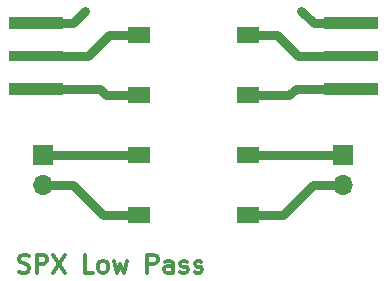
<source format=gbr>
%TF.GenerationSoftware,KiCad,Pcbnew,7.0.8*%
%TF.CreationDate,2024-03-05T13:27:25-05:00*%
%TF.ProjectId,NewLow,4e65774c-6f77-42e6-9b69-6361645f7063,rev?*%
%TF.SameCoordinates,Original*%
%TF.FileFunction,Copper,L1,Top*%
%TF.FilePolarity,Positive*%
%FSLAX46Y46*%
G04 Gerber Fmt 4.6, Leading zero omitted, Abs format (unit mm)*
G04 Created by KiCad (PCBNEW 7.0.8) date 2024-03-05 13:27:25*
%MOMM*%
%LPD*%
G01*
G04 APERTURE LIST*
%ADD10C,0.300000*%
%TA.AperFunction,NonConductor*%
%ADD11C,0.300000*%
%TD*%
%TA.AperFunction,SMDPad,CuDef*%
%ADD12R,1.889000X1.422400*%
%TD*%
%TA.AperFunction,SMDPad,CuDef*%
%ADD13R,4.560000X0.850000*%
%TD*%
%TA.AperFunction,SMDPad,CuDef*%
%ADD14R,4.560000X1.000000*%
%TD*%
%TA.AperFunction,ComponentPad*%
%ADD15R,1.700000X1.700000*%
%TD*%
%TA.AperFunction,ComponentPad*%
%ADD16O,1.700000X1.700000*%
%TD*%
%TA.AperFunction,Conductor*%
%ADD17C,0.762000*%
%TD*%
G04 APERTURE END LIST*
D10*
D11*
X72111082Y-81771400D02*
X72325368Y-81842828D01*
X72325368Y-81842828D02*
X72682510Y-81842828D01*
X72682510Y-81842828D02*
X72825368Y-81771400D01*
X72825368Y-81771400D02*
X72896796Y-81699971D01*
X72896796Y-81699971D02*
X72968225Y-81557114D01*
X72968225Y-81557114D02*
X72968225Y-81414257D01*
X72968225Y-81414257D02*
X72896796Y-81271400D01*
X72896796Y-81271400D02*
X72825368Y-81199971D01*
X72825368Y-81199971D02*
X72682510Y-81128542D01*
X72682510Y-81128542D02*
X72396796Y-81057114D01*
X72396796Y-81057114D02*
X72253939Y-80985685D01*
X72253939Y-80985685D02*
X72182510Y-80914257D01*
X72182510Y-80914257D02*
X72111082Y-80771400D01*
X72111082Y-80771400D02*
X72111082Y-80628542D01*
X72111082Y-80628542D02*
X72182510Y-80485685D01*
X72182510Y-80485685D02*
X72253939Y-80414257D01*
X72253939Y-80414257D02*
X72396796Y-80342828D01*
X72396796Y-80342828D02*
X72753939Y-80342828D01*
X72753939Y-80342828D02*
X72968225Y-80414257D01*
X73611081Y-81842828D02*
X73611081Y-80342828D01*
X73611081Y-80342828D02*
X74182510Y-80342828D01*
X74182510Y-80342828D02*
X74325367Y-80414257D01*
X74325367Y-80414257D02*
X74396796Y-80485685D01*
X74396796Y-80485685D02*
X74468224Y-80628542D01*
X74468224Y-80628542D02*
X74468224Y-80842828D01*
X74468224Y-80842828D02*
X74396796Y-80985685D01*
X74396796Y-80985685D02*
X74325367Y-81057114D01*
X74325367Y-81057114D02*
X74182510Y-81128542D01*
X74182510Y-81128542D02*
X73611081Y-81128542D01*
X74968224Y-80342828D02*
X75968224Y-81842828D01*
X75968224Y-80342828D02*
X74968224Y-81842828D01*
X78396795Y-81842828D02*
X77682509Y-81842828D01*
X77682509Y-81842828D02*
X77682509Y-80342828D01*
X79111081Y-81842828D02*
X78968224Y-81771400D01*
X78968224Y-81771400D02*
X78896795Y-81699971D01*
X78896795Y-81699971D02*
X78825367Y-81557114D01*
X78825367Y-81557114D02*
X78825367Y-81128542D01*
X78825367Y-81128542D02*
X78896795Y-80985685D01*
X78896795Y-80985685D02*
X78968224Y-80914257D01*
X78968224Y-80914257D02*
X79111081Y-80842828D01*
X79111081Y-80842828D02*
X79325367Y-80842828D01*
X79325367Y-80842828D02*
X79468224Y-80914257D01*
X79468224Y-80914257D02*
X79539653Y-80985685D01*
X79539653Y-80985685D02*
X79611081Y-81128542D01*
X79611081Y-81128542D02*
X79611081Y-81557114D01*
X79611081Y-81557114D02*
X79539653Y-81699971D01*
X79539653Y-81699971D02*
X79468224Y-81771400D01*
X79468224Y-81771400D02*
X79325367Y-81842828D01*
X79325367Y-81842828D02*
X79111081Y-81842828D01*
X80111081Y-80842828D02*
X80396796Y-81842828D01*
X80396796Y-81842828D02*
X80682510Y-81128542D01*
X80682510Y-81128542D02*
X80968224Y-81842828D01*
X80968224Y-81842828D02*
X81253938Y-80842828D01*
X82968224Y-81842828D02*
X82968224Y-80342828D01*
X82968224Y-80342828D02*
X83539653Y-80342828D01*
X83539653Y-80342828D02*
X83682510Y-80414257D01*
X83682510Y-80414257D02*
X83753939Y-80485685D01*
X83753939Y-80485685D02*
X83825367Y-80628542D01*
X83825367Y-80628542D02*
X83825367Y-80842828D01*
X83825367Y-80842828D02*
X83753939Y-80985685D01*
X83753939Y-80985685D02*
X83682510Y-81057114D01*
X83682510Y-81057114D02*
X83539653Y-81128542D01*
X83539653Y-81128542D02*
X82968224Y-81128542D01*
X85111082Y-81842828D02*
X85111082Y-81057114D01*
X85111082Y-81057114D02*
X85039653Y-80914257D01*
X85039653Y-80914257D02*
X84896796Y-80842828D01*
X84896796Y-80842828D02*
X84611082Y-80842828D01*
X84611082Y-80842828D02*
X84468224Y-80914257D01*
X85111082Y-81771400D02*
X84968224Y-81842828D01*
X84968224Y-81842828D02*
X84611082Y-81842828D01*
X84611082Y-81842828D02*
X84468224Y-81771400D01*
X84468224Y-81771400D02*
X84396796Y-81628542D01*
X84396796Y-81628542D02*
X84396796Y-81485685D01*
X84396796Y-81485685D02*
X84468224Y-81342828D01*
X84468224Y-81342828D02*
X84611082Y-81271400D01*
X84611082Y-81271400D02*
X84968224Y-81271400D01*
X84968224Y-81271400D02*
X85111082Y-81199971D01*
X85753939Y-81771400D02*
X85896796Y-81842828D01*
X85896796Y-81842828D02*
X86182510Y-81842828D01*
X86182510Y-81842828D02*
X86325367Y-81771400D01*
X86325367Y-81771400D02*
X86396796Y-81628542D01*
X86396796Y-81628542D02*
X86396796Y-81557114D01*
X86396796Y-81557114D02*
X86325367Y-81414257D01*
X86325367Y-81414257D02*
X86182510Y-81342828D01*
X86182510Y-81342828D02*
X85968225Y-81342828D01*
X85968225Y-81342828D02*
X85825367Y-81271400D01*
X85825367Y-81271400D02*
X85753939Y-81128542D01*
X85753939Y-81128542D02*
X85753939Y-81057114D01*
X85753939Y-81057114D02*
X85825367Y-80914257D01*
X85825367Y-80914257D02*
X85968225Y-80842828D01*
X85968225Y-80842828D02*
X86182510Y-80842828D01*
X86182510Y-80842828D02*
X86325367Y-80914257D01*
X86968225Y-81771400D02*
X87111082Y-81842828D01*
X87111082Y-81842828D02*
X87396796Y-81842828D01*
X87396796Y-81842828D02*
X87539653Y-81771400D01*
X87539653Y-81771400D02*
X87611082Y-81628542D01*
X87611082Y-81628542D02*
X87611082Y-81557114D01*
X87611082Y-81557114D02*
X87539653Y-81414257D01*
X87539653Y-81414257D02*
X87396796Y-81342828D01*
X87396796Y-81342828D02*
X87182511Y-81342828D01*
X87182511Y-81342828D02*
X87039653Y-81271400D01*
X87039653Y-81271400D02*
X86968225Y-81128542D01*
X86968225Y-81128542D02*
X86968225Y-81057114D01*
X86968225Y-81057114D02*
X87039653Y-80914257D01*
X87039653Y-80914257D02*
X87182511Y-80842828D01*
X87182511Y-80842828D02*
X87396796Y-80842828D01*
X87396796Y-80842828D02*
X87539653Y-80914257D01*
D12*
%TO.P,REF\u002A\u002A,1*%
%TO.N,N/C*%
X82267300Y-61722000D03*
%TO.P,REF\u002A\u002A,2*%
X91468700Y-61722000D03*
%TO.P,REF\u002A\u002A,3*%
X82267300Y-66802000D03*
%TO.P,REF\u002A\u002A,4*%
X91468700Y-66802000D03*
%TO.P,REF\u002A\u002A,5*%
X82267300Y-71882000D03*
%TO.P,REF\u002A\u002A,6*%
X91468700Y-71882000D03*
%TO.P,REF\u002A\u002A,7*%
X82267300Y-76962000D03*
%TO.P,REF\u002A\u002A,8*%
X91468700Y-76962000D03*
%TD*%
D13*
%TO.P,REF\u002A\u002A,1*%
%TO.N,N/C*%
X73546500Y-63502750D03*
D14*
%TO.P,REF\u002A\u002A,SH1*%
X73546500Y-60732750D03*
%TO.P,REF\u002A\u002A,SH2*%
X73546500Y-66272750D03*
%TD*%
D13*
%TO.P,REF\u002A\u002A,1*%
%TO.N,N/C*%
X100189500Y-63497250D03*
D14*
%TO.P,REF\u002A\u002A,SH1*%
X100189500Y-66267250D03*
%TO.P,REF\u002A\u002A,SH2*%
X100189500Y-60727250D03*
%TD*%
D15*
%TO.P,REF\u002A\u002A,1*%
%TO.N,N/C*%
X99568000Y-71882000D03*
D16*
%TO.P,REF\u002A\u002A,2*%
X99568000Y-74422000D03*
%TD*%
D15*
%TO.P,REF\u002A\u002A,1*%
%TO.N,N/C*%
X74168000Y-71882000D03*
D16*
%TO.P,REF\u002A\u002A,2*%
X74168000Y-74422000D03*
%TD*%
D17*
%TO.N,*%
X93980000Y-61722000D02*
X95755250Y-63497250D01*
X92468700Y-61722000D02*
X93980000Y-61722000D01*
X99568000Y-71882000D02*
X92468700Y-71882000D01*
X79502000Y-66802000D02*
X78972750Y-66272750D01*
X99568000Y-74422000D02*
X97028000Y-74422000D01*
X94488000Y-76962000D02*
X92468700Y-76962000D01*
X76681250Y-60732750D02*
X77724000Y-59690000D01*
X77975250Y-63502750D02*
X73546500Y-63502750D01*
X95755250Y-63497250D02*
X100189500Y-63497250D01*
X97049250Y-60727250D02*
X96012000Y-59690000D01*
X73546500Y-60732750D02*
X76681250Y-60732750D01*
X81267300Y-61722000D02*
X79756000Y-61722000D01*
X92468700Y-66802000D02*
X94996000Y-66802000D01*
X76708000Y-74422000D02*
X79248000Y-76962000D01*
X78972750Y-66272750D02*
X73546500Y-66272750D01*
X74168000Y-74422000D02*
X76708000Y-74422000D01*
X74168000Y-71882000D02*
X81267300Y-71882000D01*
X94996000Y-66802000D02*
X95530750Y-66267250D01*
X97028000Y-74422000D02*
X94488000Y-76962000D01*
X81267300Y-66802000D02*
X79502000Y-66802000D01*
X79756000Y-61722000D02*
X77975250Y-63502750D01*
X79248000Y-76962000D02*
X81267300Y-76962000D01*
X100189500Y-60727250D02*
X97049250Y-60727250D01*
X95530750Y-66267250D02*
X100189500Y-66267250D01*
%TD*%
M02*

</source>
